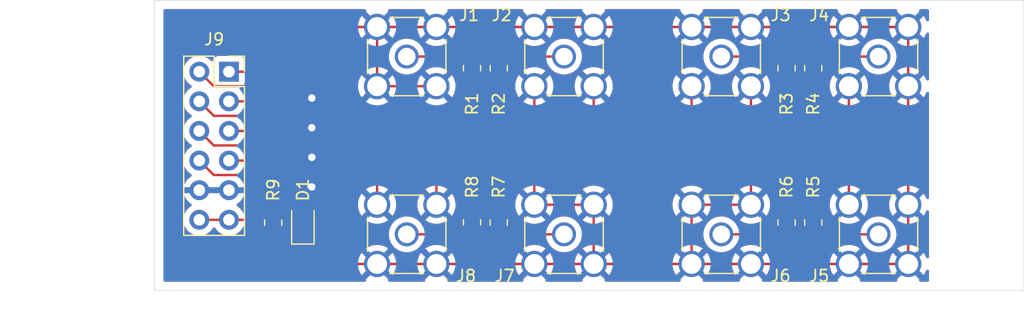
<source format=kicad_pcb>
(kicad_pcb (version 20211014) (generator pcbnew)
  (layers (0 "F.Cu" signal) (31 "B.Cu" signal) (34 "B.Paste" user) (35 "F.Paste" user) (36 "B.SilkS" user "B.Silkscreen") (37 "F.SilkS" user "F.Silkscreen") (38 "B.Mask" user) (39 "F.Mask" user) (44 "Edge.Cuts" user))
  (net 0 "")
  (net 1 "Net-(J9-Pad1)")
  (net 2 "Net-(J9-Pad2)")
  (net 3 "Net-(J9-Pad3)")
  (net 4 "Net-(J9-Pad4)")
  (net 5 "Net-(J9-Pad5)")
  (net 6 "Net-(J9-Pad6)")
  (net 7 "Net-(J9-Pad7)")
  (net 8 "Net-(J9-Pad8)")
  (net 9 "Net-(D1-Pad2)")
  (net 10 "Net-(J9-Pad11)")
  (net 11 "GND")
  (net 12 "Net-(J1-Pad1)")
  (net 13 "Net-(J2-Pad1)")
  (net 14 "Net-(J3-Pad1)")
  (net 15 "Net-(J4-Pad1)")
  (net 16 "Net-(J5-Pad1)")
  (net 17 "Net-(J6-Pad1)")
  (net 18 "Net-(J7-Pad1)")
  (net 19 "Net-(J8-Pad1)")
  (footprint "Connector_Coaxial:SMA_Amphenol_901-144_Vertical" (layer "F.Cu") (at 138.176 119.38)
    (fp_text reference "J5" (at -5.08 3.556) (layer "F.SilkS"))
    (fp_text value "Conn_Coaxial" hide)
    (fp_line (start -1.45 3.355) (end 1.45 3.355) (layer "F.SilkS") (width 0.12))
    (fp_line (start -3.355 -1.45) (end -3.355 1.45) (layer "F.SilkS") (width 0.12))
    (fp_line (start 3.355 -1.45) (end 3.355 1.45) (layer "F.SilkS") (width 0.12))
    (fp_line (start -1.45 -3.355) (end 1.45 -3.355) (layer "F.SilkS") (width 0.12))
    (pad "1" thru_hole circle (at 0 0) (size 2.05 2.05) (drill 1.5) (layers *.Cu *.Mask) (net 16 "Net-(J5-Pad1)"))
    (pad "2" thru_hole circle (at -2.54 -2.54) (size 2.25 2.25) (drill 1.7) (layers *.Cu *.Mask) (net 11 "GND"))
    (pad "2" thru_hole circle (at -2.54 2.54) (size 2.25 2.25) (drill 1.7) (layers *.Cu *.Mask) (net 11 "GND"))
    (pad "2" thru_hole circle (at 2.54 -2.54) (size 2.25 2.25) (drill 1.7) (layers *.Cu *.Mask) (net 11 "GND"))
    (pad "2" thru_hole circle (at 2.54 2.54) (size 2.25 2.25) (drill 1.7) (layers *.Cu *.Mask) (net 11 "GND"))
  )
  (footprint "Connector_PinSocket_2.54mm:PinSocket_2x06_P2.54mm_Vertical" (layer "F.Cu") (at 82.57 105.435)
    (fp_text reference "J9" (at -1.27 -2.77) (layer "F.SilkS"))
    (fp_text value "Conn_02x06_Odd_Even" hide)
    (fp_line (start -1.27 1.27) (end 1.33 1.27) (layer "F.SilkS") (width 0.12))
    (fp_line (start 1.33 -1.33) (end 1.33 0) (layer "F.SilkS") (width 0.12))
    (fp_line (start -3.87 -1.33) (end -3.87 14.03) (layer "F.SilkS") (width 0.12))
    (fp_line (start 1.33 1.27) (end 1.33 14.03) (layer "F.SilkS") (width 0.12))
    (fp_line (start -3.87 14.03) (end 1.33 14.03) (layer "F.SilkS") (width 0.12))
    (fp_line (start -3.87 -1.33) (end -1.27 -1.33) (layer "F.SilkS") (width 0.12))
    (fp_line (start 0 -1.33) (end 1.33 -1.33) (layer "F.SilkS") (width 0.12))
    (fp_line (start -1.27 -1.33) (end -1.27 1.27) (layer "F.SilkS") (width 0.12))
    (pad "1" thru_hole rect (at 0 0) (size 1.7 1.7) (drill 1) (layers *.Cu *.Mask) (net 1 "Net-(J9-Pad1)"))
    (pad "2" thru_hole oval (at -2.54 0) (size 1.7 1.7) (drill 1) (layers *.Cu *.Mask) (net 2 "Net-(J9-Pad2)"))
    (pad "3" thru_hole oval (at 0 2.54) (size 1.7 1.7) (drill 1) (layers *.Cu *.Mask) (net 3 "Net-(J9-Pad3)"))
    (pad "4" thru_hole oval (at -2.54 2.54) (size 1.7 1.7) (drill 1) (layers *.Cu *.Mask) (net 4 "Net-(J9-Pad4)"))
    (pad "5" thru_hole oval (at 0 5.08) (size 1.7 1.7) (drill 1) (layers *.Cu *.Mask) (net 5 "Net-(J9-Pad5)"))
    (pad "6" thru_hole oval (at -2.54 5.08) (size 1.7 1.7) (drill 1) (layers *.Cu *.Mask) (net 6 "Net-(J9-Pad6)"))
    (pad "7" thru_hole oval (at 0 7.62) (size 1.7 1.7) (drill 1) (layers *.Cu *.Mask) (net 7 "Net-(J9-Pad7)"))
    (pad "8" thru_hole oval (at -2.54 7.62) (size 1.7 1.7) (drill 1) (layers *.Cu *.Mask) (net 8 "Net-(J9-Pad8)"))
    (pad "9" thru_hole oval (at 0 10.16) (size 1.7 1.7) (drill 1) (layers *.Cu *.Mask) (net 11 "GND"))
    (pad "10" thru_hole oval (at -2.54 10.16) (size 1.7 1.7) (drill 1) (layers *.Cu *.Mask) (net 11 "GND"))
    (pad "11" thru_hole oval (at 0 12.7) (size 1.7 1.7) (drill 1) (layers *.Cu *.Mask) (net 10 "Net-(J9-Pad11)"))
    (pad "12" thru_hole oval (at -2.54 12.7) (size 1.7 1.7) (drill 1) (layers *.Cu *.Mask) (net 10 "Net-(J9-Pad11)"))
  )
  (footprint "Resistor_SMD:R_0805_2012Metric_Pad1.20x1.40mm_HandSolder" (layer "F.Cu") (at 130.302 105.14 -90)
    (fp_text reference "R3" (at 3.064 0 90) (layer "F.SilkS"))
    (fp_text value "0" hide)
    (fp_line (start -0.227064 -0.735) (end 0.227064 -0.735) (layer "F.SilkS") (width 0.12))
    (fp_line (start -0.227064 0.735) (end 0.227064 0.735) (layer "F.SilkS") (width 0.12))
    (pad "1" smd roundrect (at -1 0 270) (size 1.2 1.4) (layers "F.Cu" "F.Paste" "F.Mask") (roundrect_rratio 0.208333) (net 14 "Net-(J3-Pad1)"))
    (pad "2" smd roundrect (at 1 0 270) (size 1.2 1.4) (layers "F.Cu" "F.Paste" "F.Mask") (roundrect_rratio 0.208333) (net 3 "Net-(J9-Pad3)"))
  )
  (footprint "Connector_Coaxial:SMA_Amphenol_901-144_Vertical" (layer "F.Cu") (at 97.79 119.38)
    (fp_text reference "J8" (at 5.08 3.556) (layer "F.SilkS"))
    (fp_text value "Conn_Coaxial" hide)
    (fp_line (start -3.355 -1.45) (end -3.355 1.45) (layer "F.SilkS") (width 0.12))
    (fp_line (start -1.45 -3.355) (end 1.45 -3.355) (layer "F.SilkS") (width 0.12))
    (fp_line (start -1.45 3.355) (end 1.45 3.355) (layer "F.SilkS") (width 0.12))
    (fp_line (start 3.355 -1.45) (end 3.355 1.45) (layer "F.SilkS") (width 0.12))
    (pad "1" thru_hole circle (at 0 0) (size 2.05 2.05) (drill 1.5) (layers *.Cu *.Mask) (net 19 "Net-(J8-Pad1)"))
    (pad "2" thru_hole circle (at 2.54 -2.54) (size 2.25 2.25) (drill 1.7) (layers *.Cu *.Mask) (net 11 "GND"))
    (pad "2" thru_hole circle (at -2.54 2.54) (size 2.25 2.25) (drill 1.7) (layers *.Cu *.Mask) (net 11 "GND"))
    (pad "2" thru_hole circle (at -2.54 -2.54) (size 2.25 2.25) (drill 1.7) (layers *.Cu *.Mask) (net 11 "GND"))
    (pad "2" thru_hole circle (at 2.54 2.54) (size 2.25 2.25) (drill 1.7) (layers *.Cu *.Mask) (net 11 "GND"))
  )
  (footprint "Resistor_SMD:R_0805_2012Metric_Pad1.20x1.40mm_HandSolder" (layer "F.Cu") (at 105.664 105.14 -90)
    (fp_text reference "R2" (at 3.064 0 90) (layer "F.SilkS"))
    (fp_text value "0" hide)
    (fp_line (start -0.227064 -0.735) (end 0.227064 -0.735) (layer "F.SilkS") (width 0.12))
    (fp_line (start -0.227064 0.735) (end 0.227064 0.735) (layer "F.SilkS") (width 0.12))
    (pad "1" smd roundrect (at -1 0 270) (size 1.2 1.4) (layers "F.Cu" "F.Paste" "F.Mask") (roundrect_rratio 0.208333) (net 13 "Net-(J2-Pad1)"))
    (pad "2" smd roundrect (at 1 0 270) (size 1.2 1.4) (layers "F.Cu" "F.Paste" "F.Mask") (roundrect_rratio 0.208333) (net 2 "Net-(J9-Pad2)"))
  )
  (footprint "Connector_Coaxial:SMA_Amphenol_901-144_Vertical" (layer "F.Cu") (at 111.252 119.38)
    (fp_text reference "J7" (at -5.08 3.556) (layer "F.SilkS"))
    (fp_text value "Conn_Coaxial" hide)
    (fp_line (start -1.45 3.355) (end 1.45 3.355) (layer "F.SilkS") (width 0.12))
    (fp_line (start -1.45 -3.355) (end 1.45 -3.355) (layer "F.SilkS") (width 0.12))
    (fp_line (start -3.355 -1.45) (end -3.355 1.45) (layer "F.SilkS") (width 0.12))
    (fp_line (start 3.355 -1.45) (end 3.355 1.45) (layer "F.SilkS") (width 0.12))
    (pad "1" thru_hole circle (at 0 0) (size 2.05 2.05) (drill 1.5) (layers *.Cu *.Mask) (net 18 "Net-(J7-Pad1)"))
    (pad "2" thru_hole circle (at -2.54 2.54) (size 2.25 2.25) (drill 1.7) (layers *.Cu *.Mask) (net 11 "GND"))
    (pad "2" thru_hole circle (at 2.54 2.54) (size 2.25 2.25) (drill 1.7) (layers *.Cu *.Mask) (net 11 "GND"))
    (pad "2" thru_hole circle (at -2.54 -2.54) (size 2.25 2.25) (drill 1.7) (layers *.Cu *.Mask) (net 11 "GND"))
    (pad "2" thru_hole circle (at 2.54 -2.54) (size 2.25 2.25) (drill 1.7) (layers *.Cu *.Mask) (net 11 "GND"))
  )
  (footprint "Connector_Coaxial:SMA_Amphenol_901-144_Vertical" (layer "F.Cu") (at 111.252 104.14)
    (fp_text reference "J2" (at -5.334 -3.556) (layer "F.SilkS"))
    (fp_text value "Conn_Coaxial" hide)
    (fp_line (start -1.45 3.355) (end 1.45 3.355) (layer "F.SilkS") (width 0.12))
    (fp_line (start 3.355 -1.45) (end 3.355 1.45) (layer "F.SilkS") (width 0.12))
    (fp_line (start -1.45 -3.355) (end 1.45 -3.355) (layer "F.SilkS") (width 0.12))
    (fp_line (start -3.355 -1.45) (end -3.355 1.45) (layer "F.SilkS") (width 0.12))
    (pad "1" thru_hole circle (at 0 0) (size 2.05 2.05) (drill 1.5) (layers *.Cu *.Mask) (net 13 "Net-(J2-Pad1)"))
    (pad "2" thru_hole circle (at 2.54 2.54) (size 2.25 2.25) (drill 1.7) (layers *.Cu *.Mask) (net 11 "GND"))
    (pad "2" thru_hole circle (at 2.54 -2.54) (size 2.25 2.25) (drill 1.7) (layers *.Cu *.Mask) (net 11 "GND"))
    (pad "2" thru_hole circle (at -2.54 2.54) (size 2.25 2.25) (drill 1.7) (layers *.Cu *.Mask) (net 11 "GND"))
    (pad "2" thru_hole circle (at -2.54 -2.54) (size 2.25 2.25) (drill 1.7) (layers *.Cu *.Mask) (net 11 "GND"))
  )
  (footprint "Resistor_SMD:R_0805_2012Metric_Pad1.20x1.40mm_HandSolder" (layer "F.Cu") (at 130.302 118.364 90)
    (fp_text reference "R6" (at 3.048 0 90) (layer "F.SilkS"))
    (fp_text value "0" hide)
    (fp_line (start -0.227064 -0.735) (end 0.227064 -0.735) (layer "F.SilkS") (width 0.12))
    (fp_line (start -0.227064 0.735) (end 0.227064 0.735) (layer "F.SilkS") (width 0.12))
    (pad "1" smd roundrect (at -1 0 90) (size 1.2 1.4) (layers "F.Cu" "F.Paste" "F.Mask") (roundrect_rratio 0.208333) (net 17 "Net-(J6-Pad1)"))
    (pad "2" smd roundrect (at 1 0 90) (size 1.2 1.4) (layers "F.Cu" "F.Paste" "F.Mask") (roundrect_rratio 0.208333) (net 6 "Net-(J9-Pad6)"))
  )
  (footprint "LED_SMD:LED_0805_2012Metric_Pad1.15x1.40mm_HandSolder" (layer "F.Cu") (at 88.9 118.355 90)
    (fp_text reference "D1" (at 2.785 0 90) (layer "F.SilkS"))
    (fp_text value "LED_Small" hide)
    (fp_line (start -1.86 -0.96) (end -1.86 0.96) (layer "F.SilkS") (width 0.12))
    (fp_line (start 1 -0.96) (end -1.86 -0.96) (layer "F.SilkS") (width 0.12))
    (fp_line (start -1.86 0.96) (end 1 0.96) (layer "F.SilkS") (width 0.12))
    (pad "1" smd roundrect (at -1.025 0 90) (size 1.15 1.4) (layers "F.Cu" "F.Paste" "F.Mask") (roundrect_rratio 0.217391) (net 11 "GND"))
    (pad "2" smd roundrect (at 1.025 0 90) (size 1.15 1.4) (layers "F.Cu" "F.Paste" "F.Mask") (roundrect_rratio 0.217391) (net 9 "Net-(D1-Pad2)"))
  )
  (footprint "MountingHole:MountingHole_3.2mm_M3" (layer "F.Cu") (at 146.558 103.378)
    (fp_text reference "H1" hide)
    (fp_text value "MountingHole" hide)
    (pad "" np_thru_hole circle (at 0 0) (size 3.2 3.2) (drill 3.2) (layers *.Cu *.Mask))
  )
  (footprint "Resistor_SMD:R_0805_2012Metric_Pad1.20x1.40mm_HandSolder" (layer "F.Cu") (at 105.664 118.364 90)
    (fp_text reference "R7" (at 3.048 0 90) (layer "F.SilkS"))
    (fp_text value "0" hide)
    (fp_line (start -0.227064 -0.735) (end 0.227064 -0.735) (layer "F.SilkS") (width 0.12))
    (fp_line (start -0.227064 0.735) (end 0.227064 0.735) (layer "F.SilkS") (width 0.12))
    (pad "1" smd roundrect (at -1 0 90) (size 1.2 1.4) (layers "F.Cu" "F.Paste" "F.Mask") (roundrect_rratio 0.208333) (net 18 "Net-(J7-Pad1)"))
    (pad "2" smd roundrect (at 1 0 90) (size 1.2 1.4) (layers "F.Cu" "F.Paste" "F.Mask") (roundrect_rratio 0.208333) (net 7 "Net-(J9-Pad7)"))
  )
  (footprint "Connector_Coaxial:SMA_Amphenol_901-144_Vertical" (layer "F.Cu") (at 138.176 104.14)
    (fp_text reference "J4" (at -5.08 -3.556) (layer "F.SilkS"))
    (fp_text value "Conn_Coaxial" hide)
    (fp_line (start -1.45 -3.355) (end 1.45 -3.355) (layer "F.SilkS") (width 0.12))
    (fp_line (start 3.355 -1.45) (end 3.355 1.45) (layer "F.SilkS") (width 0.12))
    (fp_line (start -3.355 -1.45) (end -3.355 1.45) (layer "F.SilkS") (width 0.12))
    (fp_line (start -1.45 3.355) (end 1.45 3.355) (layer "F.SilkS") (width 0.12))
    (pad "1" thru_hole circle (at 0 0) (size 2.05 2.05) (drill 1.5) (layers *.Cu *.Mask) (net 15 "Net-(J4-Pad1)"))
    (pad "2" thru_hole circle (at -2.54 -2.54) (size 2.25 2.25) (drill 1.7) (layers *.Cu *.Mask) (net 11 "GND"))
    (pad "2" thru_hole circle (at -2.54 2.54) (size 2.25 2.25) (drill 1.7) (layers *.Cu *.Mask) (net 11 "GND"))
    (pad "2" thru_hole circle (at 2.54 -2.54) (size 2.25 2.25) (drill 1.7) (layers *.Cu *.Mask) (net 11 "GND"))
    (pad "2" thru_hole circle (at 2.54 2.54) (size 2.25 2.25) (drill 1.7) (layers *.Cu *.Mask) (net 11 "GND"))
  )
  (footprint "Connector_Coaxial:SMA_Amphenol_901-144_Vertical" (layer "F.Cu") (at 124.714 119.38)
    (fp_text reference "J6" (at 5.08 3.556) (layer "F.SilkS"))
    (fp_text value "Conn_Coaxial" hide)
    (fp_line (start -1.45 3.355) (end 1.45 3.355) (layer "F.SilkS") (width 0.12))
    (fp_line (start -3.355 -1.45) (end -3.355 1.45) (layer "F.SilkS") (width 0.12))
    (fp_line (start 3.355 -1.45) (end 3.355 1.45) (layer "F.SilkS") (width 0.12))
    (fp_line (start -1.45 -3.355) (end 1.45 -3.355) (layer "F.SilkS") (width 0.12))
    (pad "1" thru_hole circle (at 0 0) (size 2.05 2.05) (drill 1.5) (layers *.Cu *.Mask) (net 17 "Net-(J6-Pad1)"))
    (pad "2" thru_hole circle (at -2.54 -2.54) (size 2.25 2.25) (drill 1.7) (layers *.Cu *.Mask) (net 11 "GND"))
    (pad "2" thru_hole circle (at 2.54 2.54) (size 2.25 2.25) (drill 1.7) (layers *.Cu *.Mask) (net 11 "GND"))
    (pad "2" thru_hole circle (at 2.54 -2.54) (size 2.25 2.25) (drill 1.7) (layers *.Cu *.Mask) (net 11 "GND"))
    (pad "2" thru_hole circle (at -2.54 2.54) (size 2.25 2.25) (drill 1.7) (layers *.Cu *.Mask) (net 11 "GND"))
  )
  (footprint "MountingHole:MountingHole_3.2mm_M3" (layer "F.Cu") (at 146.558 120.142)
    (fp_text reference "H2" hide)
    (fp_text value "MountingHole" hide)
    (pad "" np_thru_hole circle (at 0 0) (size 3.2 3.2) (drill 3.2) (layers *.Cu *.Mask))
  )
  (footprint "Resistor_SMD:R_0805_2012Metric_Pad1.20x1.40mm_HandSolder" (layer "F.Cu") (at 132.588 105.14 -90)
    (fp_text reference "R4" (at 3.064 0 90) (layer "F.SilkS"))
    (fp_text value "0" hide)
    (fp_line (start -0.227064 0.735) (end 0.227064 0.735) (layer "F.SilkS") (width 0.12))
    (fp_line (start -0.227064 -0.735) (end 0.227064 -0.735) (layer "F.SilkS") (width 0.12))
    (pad "1" smd roundrect (at -1 0 270) (size 1.2 1.4) (layers "F.Cu" "F.Paste" "F.Mask") (roundrect_rratio 0.208333) (net 15 "Net-(J4-Pad1)"))
    (pad "2" smd roundrect (at 1 0 270) (size 1.2 1.4) (layers "F.Cu" "F.Paste" "F.Mask") (roundrect_rratio 0.208333) (net 4 "Net-(J9-Pad4)"))
  )
  (footprint "Connector_Coaxial:SMA_Amphenol_901-144_Vertical" (layer "F.Cu") (at 97.79 104.14)
    (fp_text reference "J1" (at 5.334 -3.556) (layer "F.SilkS"))
    (fp_text value "Conn_Coaxial" hide)
    (fp_line (start -3.355 -1.45) (end -3.355 1.45) (layer "F.SilkS") (width 0.12))
    (fp_line (start -1.45 -3.355) (end 1.45 -3.355) (layer "F.SilkS") (width 0.12))
    (fp_line (start 3.355 -1.45) (end 3.355 1.45) (layer "F.SilkS") (width 0.12))
    (fp_line (start -1.45 3.355) (end 1.45 3.355) (layer "F.SilkS") (width 0.12))
    (pad "1" thru_hole circle (at 0 0) (size 2.05 2.05) (drill 1.5) (layers *.Cu *.Mask) (net 12 "Net-(J1-Pad1)"))
    (pad "2" thru_hole circle (at 2.54 -2.54) (size 2.25 2.25) (drill 1.7) (layers *.Cu *.Mask) (net 11 "GND"))
    (pad "2" thru_hole circle (at -2.54 -2.54) (size 2.25 2.25) (drill 1.7) (layers *.Cu *.Mask) (net 11 "GND"))
    (pad "2" thru_hole circle (at 2.54 2.54) (size 2.25 2.25) (drill 1.7) (layers *.Cu *.Mask) (net 11 "GND"))
    (pad "2" thru_hole circle (at -2.54 2.54) (size 2.25 2.25) (drill 1.7) (layers *.Cu *.Mask) (net 11 "GND"))
  )
  (footprint "Resistor_SMD:R_0805_2012Metric_Pad1.20x1.40mm_HandSolder" (layer "F.Cu") (at 86.36 118.38 -90)
    (fp_text reference "R9" (at -2.81 0 90) (layer "F.SilkS"))
    (fp_text value "330" hide)
    (fp_line (start -0.227064 -0.735) (end 0.227064 -0.735) (layer "F.SilkS") (width 0.12))
    (fp_line (start -0.227064 0.735) (end 0.227064 0.735) (layer "F.SilkS") (width 0.12))
    (pad "1" smd roundrect (at -1 0 270) (size 1.2 1.4) (layers "F.Cu" "F.Paste" "F.Mask") (roundrect_rratio 0.208333) (net 9 "Net-(D1-Pad2)"))
    (pad "2" smd roundrect (at 1 0 270) (size 1.2 1.4) (layers "F.Cu" "F.Paste" "F.Mask") (roundrect_rratio 0.208333) (net 10 "Net-(J9-Pad11)"))
  )
  (footprint "Resistor_SMD:R_0805_2012Metric_Pad1.20x1.40mm_HandSolder" (layer "F.Cu") (at 103.378 118.348 90)
    (fp_text reference "R8" (at 3.032 0 90) (layer "F.SilkS"))
    (fp_text value "0" hide)
    (fp_line (start -0.227064 -0.735) (end 0.227064 -0.735) (layer "F.SilkS") (width 0.12))
    (fp_line (start -0.227064 0.735) (end 0.227064 0.735) (layer "F.SilkS") (width 0.12))
    (pad "1" smd roundrect (at -1 0 90) (size 1.2 1.4) (layers "F.Cu" "F.Paste" "F.Mask") (roundrect_rratio 0.208333) (net 19 "Net-(J8-Pad1)"))
    (pad "2" smd roundrect (at 1 0 90) (size 1.2 1.4) (layers "F.Cu" "F.Paste" "F.Mask") (roundrect_rratio 0.208333) (net 8 "Net-(J9-Pad8)"))
  )
  (footprint "Resistor_SMD:R_0805_2012Metric_Pad1.20x1.40mm_HandSolder" (layer "F.Cu") (at 103.378 105.14 -90)
    (fp_text reference "R1" (at 3.064 0 90) (layer "F.SilkS"))
    (fp_text value "0" hide)
    (fp_line (start -0.227064 0.735) (end 0.227064 0.735) (layer "F.SilkS") (width 0.12))
    (fp_line (start -0.227064 -0.735) (end 0.227064 -0.735) (layer "F.SilkS") (width 0.12))
    (pad "1" smd roundrect (at -1 0 270) (size 1.2 1.4) (layers "F.Cu" "F.Paste" "F.Mask") (roundrect_rratio 0.208333) (net 12 "Net-(J1-Pad1)"))
    (pad "2" smd roundrect (at 1 0 270) (size 1.2 1.4) (layers "F.Cu" "F.Paste" "F.Mask") (roundrect_rratio 0.208333) (net 1 "Net-(J9-Pad1)"))
  )
  (footprint "Connector_Coaxial:SMA_Amphenol_901-144_Vertical" (layer "F.Cu") (at 124.714 104.14)
    (fp_text reference "J3" (at 5.08 -3.556) (layer "F.SilkS"))
    (fp_text value "Conn_Coaxial" hide)
    (fp_line (start -1.45 -3.355) (end 1.45 -3.355) (layer "F.SilkS") (width 0.12))
    (fp_line (start -1.45 3.355) (end 1.45 3.355) (layer "F.SilkS") (width 0.12))
    (fp_line (start 3.355 -1.45) (end 3.355 1.45) (layer "F.SilkS") (width 0.12))
    (fp_line (start -3.355 -1.45) (end -3.355 1.45) (layer "F.SilkS") (width 0.12))
    (pad "1" thru_hole circle (at 0 0) (size 2.05 2.05) (drill 1.5) (layers *.Cu *.Mask) (net 14 "Net-(J3-Pad1)"))
    (pad "2" thru_hole circle (at -2.54 2.54) (size 2.25 2.25) (drill 1.7) (layers *.Cu *.Mask) (net 11 "GND"))
    (pad "2" thru_hole circle (at 2.54 -2.54) (size 2.25 2.25) (drill 1.7) (layers *.Cu *.Mask) (net 11 "GND"))
    (pad "2" thru_hole circle (at -2.54 -2.54) (size 2.25 2.25) (drill 1.7) (layers *.Cu *.Mask) (net 11 "GND"))
    (pad "2" thru_hole circle (at 2.54 2.54) (size 2.25 2.25) (drill 1.7) (layers *.Cu *.Mask) (net 11 "GND"))
  )
  (footprint "Resistor_SMD:R_0805_2012Metric_Pad1.20x1.40mm_HandSolder" (layer "F.Cu") (at 132.588 118.364 90)
    (fp_text reference "R5" (at 3.048 0 90) (layer "F.SilkS"))
    (fp_text value "0" hide)
    (fp_line (start -0.227064 0.735) (end 0.227064 0.735) (layer "F.SilkS") (width 0.12))
    (fp_line (start -0.227064 -0.735) (end 0.227064 -0.735) (layer "F.SilkS") (width 0.12))
    (pad "1" smd roundrect (at -1 0 90) (size 1.2 1.4) (layers "F.Cu" "F.Paste" "F.Mask") (roundrect_rratio 0.208333) (net 16 "Net-(J5-Pad1)"))
    (pad "2" smd roundrect (at 1 0 90) (size 1.2 1.4) (layers "F.Cu" "F.Paste" "F.Mask") (roundrect_rratio 0.208333) (net 5 "Net-(J9-Pad5)"))
  )
  (gr_line (start 76.2 99.314) (end 80.01 99.314) (layer "Edge.Cuts") (width 0.05))
  (gr_line (start 76.2 124.206) (end 76.2 99.314) (layer "Edge.Cuts") (width 0.05))
  (gr_line (start 150.622 124.206) (end 76.2 124.206) (layer "Edge.Cuts") (width 0.05))
  (gr_line (start 80.01 99.314) (end 150.622 99.314) (layer "Edge.Cuts") (width 0.05))
  (gr_line (start 150.622 99.314) (end 150.622 124.206) (layer "Edge.Cuts") (width 0.05))
  (segment (start 103.378 107.95) (end 103.378 106.14) (width 0.2032) (layer "F.Cu") (net 1))
  (segment (start 102.616 108.712) (end 103.378 107.95) (width 0.2032) (layer "F.Cu") (net 1))
  (segment (start 93.218 108.712) (end 102.616 108.712) (width 0.2032) (layer "F.Cu") (net 1))
  (segment (start 82.57 105.435) (end 89.941 105.435) (width 0.2032) (layer "F.Cu") (net 1))
  (segment (start 89.941 105.435) (end 93.218 108.712) (width 0.2032) (layer "F.Cu") (net 1))
  (segment (start 104.14 109.22) (end 105.664 107.696) (width 0.2032) (layer "F.Cu") (net 2))
  (segment (start 80.03 105.435) (end 81.275 106.68) (width 0.2032) (layer "F.Cu") (net 2))
  (segment (start 105.664 107.696) (end 105.664 106.14) (width 0.2032) (layer "F.Cu") (net 2))
  (segment (start 92.964 109.22) (end 104.14 109.22) (width 0.2032) (layer "F.Cu") (net 2))
  (segment (start 90.424 106.68) (end 92.964 109.22) (width 0.2032) (layer "F.Cu") (net 2))
  (segment (start 81.275 106.68) (end 90.424 106.68) (width 0.2032) (layer "F.Cu") (net 2))
  (segment (start 82.57 107.975) (end 84.353 107.975) (width 0.2032) (layer "F.Cu") (net 3))
  (segment (start 90.932 108.712) (end 92.456 110.236) (width 0.2032) (layer "F.Cu") (net 3))
  (segment (start 85.09 108.712) (end 90.932 108.712) (width 0.2032) (layer "F.Cu") (net 3))
  (segment (start 130.302 107.696) (end 130.302 106.14) (width 0.2032) (layer "F.Cu") (net 3))
  (segment (start 84.353 107.975) (end 85.09 108.712) (width 0.2032) (layer "F.Cu") (net 3))
  (segment (start 127.762 110.236) (end 130.302 107.696) (width 0.2032) (layer "F.Cu") (net 3))
  (segment (start 92.456 110.236) (end 127.762 110.236) (width 0.2032) (layer "F.Cu") (net 3))
  (segment (start 90.678 109.22) (end 92.202 110.744) (width 0.2032) (layer "F.Cu") (net 4))
  (segment (start 81.275 109.22) (end 90.678 109.22) (width 0.2032) (layer "F.Cu") (net 4))
  (segment (start 92.202 110.744) (end 129.286 110.744) (width 0.2032) (layer "F.Cu") (net 4))
  (segment (start 132.588 107.442) (end 132.588 106.14) (width 0.2032) (layer "F.Cu") (net 4))
  (segment (start 80.03 107.975) (end 81.275 109.22) (width 0.2032) (layer "F.Cu") (net 4))
  (segment (start 129.286 110.744) (end 132.588 107.442) (width 0.2032) (layer "F.Cu") (net 4))
  (segment (start 91.44 111.76) (end 128.524 111.76) (width 0.2032) (layer "F.Cu") (net 5))
  (segment (start 82.57 110.515) (end 84.353 110.515) (width 0.2032) (layer "F.Cu") (net 5))
  (segment (start 90.932 111.252) (end 91.44 111.76) (width 0.2032) (layer "F.Cu") (net 5))
  (segment (start 85.09 111.252) (end 90.932 111.252) (width 0.2032) (layer "F.Cu") (net 5))
  (segment (start 132.588 115.824) (end 132.588 117.364) (width 0.2032) (layer "F.Cu") (net 5))
  (segment (start 128.524 111.76) (end 132.588 115.824) (width 0.2032) (layer "F.Cu") (net 5))
  (segment (start 84.353 110.515) (end 85.09 111.252) (width 0.2032) (layer "F.Cu") (net 5))
  (segment (start 80.03 110.515) (end 81.275 111.76) (width 0.2032) (layer "F.Cu") (net 6))
  (segment (start 81.275 111.76) (end 90.678 111.76) (width 0.2032) (layer "F.Cu") (net 6))
  (segment (start 126.492 112.268) (end 130.302 116.078) (width 0.2032) (layer "F.Cu") (net 6))
  (segment (start 90.678 111.76) (end 91.186 112.268) (width 0.2032) (layer "F.Cu") (net 6))
  (segment (start 91.186 112.268) (end 126.492 112.268) (width 0.2032) (layer "F.Cu") (net 6))
  (segment (start 130.302 116.078) (end 130.302 117.364) (width 0.2032) (layer "F.Cu") (net 6))
  (segment (start 90.678 113.284) (end 103.124 113.284) (width 0.2032) (layer "F.Cu") (net 7))
  (segment (start 82.57 113.055) (end 84.353 113.055) (width 0.2032) (layer "F.Cu") (net 7))
  (segment (start 85.09 113.792) (end 90.17 113.792) (width 0.2032) (layer "F.Cu") (net 7))
  (segment (start 103.124 113.284) (end 105.664 115.824) (width 0.2032) (layer "F.Cu") (net 7))
  (segment (start 90.17 113.792) (end 90.678 113.284) (width 0.2032) (layer "F.Cu") (net 7))
  (segment (start 84.353 113.055) (end 85.09 113.792) (width 0.2032) (layer "F.Cu") (net 7))
  (segment (start 105.664 115.824) (end 105.664 117.364) (width 0.2032) (layer "F.Cu") (net 7))
  (segment (start 90.932 113.792) (end 101.092 113.792) (width 0.2032) (layer "F.Cu") (net 8))
  (segment (start 80.03 113.055) (end 81.275 114.3) (width 0.2032) (layer "F.Cu") (net 8))
  (segment (start 81.275 114.3) (end 90.424 114.3) (width 0.2032) (layer "F.Cu") (net 8))
  (segment (start 103.378 116.078) (end 103.378 117.348) (width 0.2032) (layer "F.Cu") (net 8))
  (segment (start 101.092 113.792) (end 103.378 116.078) (width 0.2032) (layer "F.Cu") (net 8))
  (segment (start 90.424 114.3) (end 90.932 113.792) (width 0.2032) (layer "F.Cu") (net 8))
  (segment (start 86.36 117.38) (end 88.85 117.38) (width 0.2032) (layer "F.Cu") (net 9))
  (segment (start 88.85 117.38) (end 88.9 117.33) (width 0.2032) (layer "F.Cu") (net 9))
  (segment (start 82.57 118.135) (end 84.099 118.135) (width 0.2032) (layer "F.Cu") (net 10))
  (segment (start 85.344 119.38) (end 86.36 119.38) (width 0.2032) (layer "F.Cu") (net 10))
  (segment (start 80.03 118.135) (end 82.57 118.135) (width 0.2032) (layer "F.Cu") (net 10))
  (segment (start 84.099 118.135) (end 85.344 119.38) (width 0.2032) (layer "F.Cu") (net 10))
  (segment (start 108.712 109.728) (end 113.792 109.728) (width 0.2032) (layer "F.Cu") (net 11))
  (segment (start 135.636 101.6) (end 140.716 101.6) (width 0.2032) (layer "F.Cu") (net 11))
  (segment (start 82.57 115.595) (end 84.811 115.595) (width 0.2032) (layer "F.Cu") (net 11))
  (segment (start 135.636 116.84) (end 135.636 111.252) (width 0.2032) (layer "F.Cu") (net 11))
  (segment (start 108.712 121.92) (end 100.33 121.92) (width 0.2032) (layer "F.Cu") (net 11))
  (segment (start 90.424 115.316) (end 89.662 115.316) (width 0.2032) (layer "F.Cu") (net 11))
  (segment (start 77.749 115.595) (end 80.03 115.595) (width 0.2032) (layer "F.Cu") (net 11))
  (segment (start 122.174 121.92) (end 113.792 121.92) (width 0.2032) (layer "F.Cu") (net 11))
  (segment (start 122.174 116.84) (end 127.254 116.84) (width 0.2032) (layer "F.Cu") (net 11))
  (segment (start 85.09 115.316) (end 89.662 115.316) (width 0.2032) (layer "F.Cu") (net 11))
  (segment (start 92.71 109.728) (end 90.678 107.696) (width 0.2032) (layer "F.Cu") (net 11))
  (segment (start 91.44 114.3) (end 90.424 115.316) (width 0.2032) (layer "F.Cu") (net 11))
  (segment (start 95.25 121.92) (end 88.9 121.92) (width 0.2032) (layer "F.Cu") (net 11))
  (segment (start 84.811 115.595) (end 85.09 115.316) (width 0.2032) (layer "F.Cu") (net 11))
  (segment (start 80.03 115.595) (end 82.57 115.595) (width 0.2032) (layer "F.Cu") (net 11))
  (segment (start 90.490736 110.236) (end 89.662 110.236) (width 0.2032) (layer "F.Cu") (net 11))
  (segment (start 122.174 106.68) (end 122.174 109.728) (width 0.2032) (layer "F.Cu") (net 11))
  (segment (start 77.724 115.57) (end 77.749 115.595) (width 0.2032) (layer "F.Cu") (net 11))
  (segment (start 140.716 106.68) (end 140.716 116.84) (width 0.2032) (layer "F.Cu") (net 11))
  (segment (start 108.712 112.776) (end 89.662 112.776) (width 0.2032) (layer "F.Cu") (net 11))
  (segment (start 88.9 121.92) (end 77.724 121.92) (width 0.2032) (layer "F.Cu") (net 11))
  (segment (start 127.254 101.6) (end 135.636 101.6) (width 0.2032) (layer "F.Cu") (net 11))
  (segment (start 113.792 109.728) (end 122.174 109.728) (width 0.2032) (layer "F.Cu") (net 11))
  (segment (start 127.254 114.046) (end 127.254 116.84) (width 0.2032) (layer "F.Cu") (net 11))
  (segment (start 95.25 106.68) (end 100.33 106.68) (width 0.2032) (layer "F.Cu") (net 11))
  (segment (start 95.25 101.6) (end 77.724 101.6) (width 0.2032) (layer "F.Cu") (net 11))
  (segment (start 108.712 116.84) (end 113.792 116.84) (width 0.2032) (layer "F.Cu") (net 11))
  (segment (start 95.25 114.3) (end 91.44 114.3) (width 0.2032) (layer "F.Cu") (net 11))
  (segment (start 122.174 121.92) (end 122.174 116.84) (width 0.2032) (layer "F.Cu") (net 11))
  (segment (start 100.33 114.3) (end 100.33 116.84) (width 0.2032) (layer "F.Cu") (net 11))
  (segment (start 113.792 101.6) (end 122.174 101.6) (width 0.2032) (layer "F.Cu") (net 11))
  (segment (start 140.716 101.6) (end 140.716 106.68) (width 0.2032) (layer "F.Cu") (net 11))
  (segment (start 140.716 121.92) (end 135.636 121.92) (width 0.2032) (layer "F.Cu") (net 11))
  (segment (start 100.33 121.92) (end 95.25 121.92) (width 0.2032) (layer "F.Cu") (net 11))
  (segment (start 127.254 109.728) (end 127.254 106.68) (width 0.2032) (layer "F.Cu") (net 11))
  (segment (start 77.724 121.92) (end 77.724 115.57) (width 0.2032) (layer "F.Cu") (net 11))
  (segment (start 108.712 109.728) (end 92.71 109.728) (width 0.2032) (layer "F.Cu") (net 11))
  (segment (start 113.792 121.92) (end 108.712 121.92) (width 0.2032) (layer "F.Cu") (net 11))
  (segment (start 122.174 109.728) (end 127.254 109.728) (width 0.2032) (layer "F.Cu") (net 11))
  (segment (start 108.712 116.84) (end 108.712 112.776) (width 0.2032) (layer "F.Cu") (net 11))
  (segment (start 135.636 121.92) (end 127.254 121.92) (width 0.2032) (layer "F.Cu") (net 11))
  (segment (start 77.724 101.6) (end 77.724 115.57) (width 0.2032) (layer "F.Cu") (net 11))
  (segment (start 135.636 111.252) (end 91.506736 111.252) (width 0.2032) (layer "F.Cu") (net 11))
  (segment (start 127.254 121.92) (end 122.174 121.92) (width 0.2032) (layer "F.Cu") (net 11))
  (segment (start 95.25 114.3) (end 100.33 114.3) (width 0.2032) (layer "F.Cu") (net 11))
  (segment (start 140.716 116.84) (end 140.716 121.92) (width 0.2032) (layer "F.Cu") (net 11))
  (segment (start 100.33 101.6) (end 108.712 101.6) (width 0.2032) (layer "F.Cu") (net 11))
  (segment (start 91.506736 111.252) (end 90.490736 110.236) (width 0.2032) (layer "F.Cu") (net 11))
  (segment (start 95.25 101.6) (end 100.33 101.6) (width 0.2032) (layer "F.Cu") (net 11))
  (segment (start 108.712 112.776) (end 125.984 112.776) (width 0.2032) (layer "F.Cu") (net 11))
  (segment (start 95.25 116.84) (end 95.25 114.3) (width 0.2032) (layer "F.Cu") (net 11))
  (segment (start 113.792 106.68) (end 113.792 109.728) (width 0.2032) (layer "F.Cu") (net 11))
  (segment (start 113.792 116.84) (end 113.792 121.92) (width 0.2032) (layer "F.Cu") (net 11))
  (segment (start 125.984 112.776) (end 127.254 114.046) (width 0.2032) (layer "F.Cu") (net 11))
  (segment (start 108.712 106.68) (end 108.712 109.728) (width 0.2032) (layer "F.Cu") (net 11))
  (segment (start 135.636 106.68) (end 135.636 111.252) (width 0.2032) (layer "F.Cu") (net 11))
  (segment (start 90.678 107.696) (end 89.662 107.696) (width 0.2032) (layer "F.Cu") (net 11))
  (segment (start 122.174 101.6) (end 127.254 101.6) (width 0.2032) (layer "F.Cu") (net 11))
  (segment (start 95.25 101.6) (end 95.25 106.68) (width 0.2032) (layer "F.Cu") (net 11))
  (segment (start 108.712 101.6) (end 113.792 101.6) (width 0.2032) (layer "F.Cu") (net 11))
  (segment (start 88.9 119.38) (end 88.9 121.92) (width 0.2032) (layer "F.Cu") (net 11))
  (via (at 89.662 115.316) (size 0.889) (drill 0.635) (layers "F.Cu" "B.Cu") (net 11))
  (via (at 89.662 110.236) (size 0.889) (drill 0.635) (layers "F.Cu" "B.Cu") (net 11))
  (via (at 89.662 112.776) (size 0.889) (drill 0.635) (layers "F.Cu" "B.Cu") (net 11))
  (via (at 89.662 107.696) (size 0.889) (drill 0.635) (layers "F.Cu" "B.Cu") (net 11))
  (segment (start 97.79 104.14) (end 103.378 104.14) (width 0.2032) (layer "F.Cu") (net 12))
  (segment (start 105.664 104.14) (end 111.252 104.14) (width 0.2032) (layer "F.Cu") (net 13))
  (segment (start 124.714 104.14) (end 130.302 104.14) (width 0.2032) (layer "F.Cu") (net 14))
  (segment (start 132.588 104.14) (end 138.176 104.14) (width 0.2032) (layer "F.Cu") (net 15))
  (segment (start 132.588 119.364) (end 132.604 119.38) (width 0.2032) (layer "F.Cu") (net 16))
  (segment (start 132.604 119.38) (end 138.176 119.38) (width 0.2032) (layer "F.Cu") (net 16))
  (segment (start 130.286 119.38) (end 130.302 119.364) (width 0.2032) (layer "F.Cu") (net 17))
  (segment (start 124.714 119.38) (end 130.286 119.38) (width 0.2032) (layer "F.Cu") (net 17))
  (segment (start 105.68 119.38) (end 111.252 119.38) (width 0.2032) (layer "F.Cu") (net 18))
  (segment (start 105.664 119.364) (end 105.68 119.38) (width 0.2032) (layer "F.Cu") (net 18))
  (segment (start 103.346 119.38) (end 103.378 119.348) (width 0.2032) (layer "F.Cu") (net 19))
  (segment (start 97.79 119.38) (end 103.346 119.38) (width 0.2032) (layer "F.Cu") (net 19))
  (zone (net 11) (net_name "GND") (layer "F.Cu") (connect_pads (clearance 0.508)) (min_thickness 0.254) (fill yes (thermal_gap 0.508) (thermal_bridge_width 0.508))
    (polygon (pts (xy 142.494 123.444) (xy 76.962 123.444) (xy 76.962 100.076) (xy 142.494 100.076)))
  )
  (zone (net 11) (net_name "GND") (layer "B.Cu") (connect_pads (clearance 0.508)) (min_thickness 0.254) (fill yes (thermal_gap 0.508) (thermal_bridge_width 0.508))
    (polygon (pts (xy 142.494 123.444) (xy 76.962 123.444) (xy 76.962 100.076) (xy 142.494 100.076)))
  )
)
</source>
